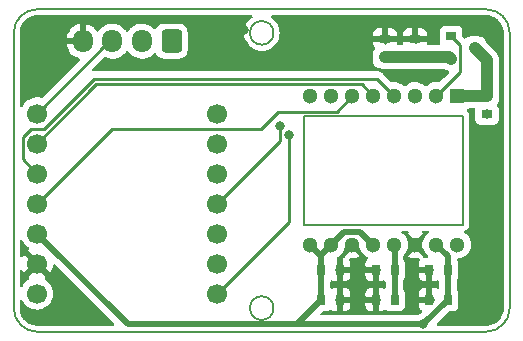
<source format=gtl>
G04 #@! TF.GenerationSoftware,KiCad,Pcbnew,(6.0.2)*
G04 #@! TF.CreationDate,2022-03-23T02:52:59+09:00*
G04 #@! TF.ProjectId,ADNS-9800,41444e53-2d39-4383-9030-2e6b69636164,rev?*
G04 #@! TF.SameCoordinates,Original*
G04 #@! TF.FileFunction,Copper,L1,Top*
G04 #@! TF.FilePolarity,Positive*
%FSLAX46Y46*%
G04 Gerber Fmt 4.6, Leading zero omitted, Abs format (unit mm)*
G04 Created by KiCad (PCBNEW (6.0.2)) date 2022-03-23 02:52:59*
%MOMM*%
%LPD*%
G01*
G04 APERTURE LIST*
G04 Aperture macros list*
%AMRoundRect*
0 Rectangle with rounded corners*
0 $1 Rounding radius*
0 $2 $3 $4 $5 $6 $7 $8 $9 X,Y pos of 4 corners*
0 Add a 4 corners polygon primitive as box body*
4,1,4,$2,$3,$4,$5,$6,$7,$8,$9,$2,$3,0*
0 Add four circle primitives for the rounded corners*
1,1,$1+$1,$2,$3*
1,1,$1+$1,$4,$5*
1,1,$1+$1,$6,$7*
1,1,$1+$1,$8,$9*
0 Add four rect primitives between the rounded corners*
20,1,$1+$1,$2,$3,$4,$5,0*
20,1,$1+$1,$4,$5,$6,$7,0*
20,1,$1+$1,$6,$7,$8,$9,0*
20,1,$1+$1,$8,$9,$2,$3,0*%
G04 Aperture macros list end*
G04 #@! TA.AperFunction,Profile*
%ADD10C,0.200000*%
G04 #@! TD*
G04 #@! TA.AperFunction,Profile*
%ADD11C,0.127000*%
G04 #@! TD*
G04 #@! TA.AperFunction,SMDPad,CuDef*
%ADD12R,0.965200X0.762000*%
G04 #@! TD*
G04 #@! TA.AperFunction,SMDPad,CuDef*
%ADD13R,0.762000X0.965200*%
G04 #@! TD*
G04 #@! TA.AperFunction,ComponentPad*
%ADD14R,1.300000X1.300000*%
G04 #@! TD*
G04 #@! TA.AperFunction,ComponentPad*
%ADD15C,1.300000*%
G04 #@! TD*
G04 #@! TA.AperFunction,ComponentPad*
%ADD16RoundRect,0.250000X0.600000X0.725000X-0.600000X0.725000X-0.600000X-0.725000X0.600000X-0.725000X0*%
G04 #@! TD*
G04 #@! TA.AperFunction,ComponentPad*
%ADD17O,1.700000X1.950000*%
G04 #@! TD*
G04 #@! TA.AperFunction,SMDPad,CuDef*
%ADD18R,0.900000X0.800000*%
G04 #@! TD*
G04 #@! TA.AperFunction,ComponentPad*
%ADD19C,1.700000*%
G04 #@! TD*
G04 #@! TA.AperFunction,ViaPad*
%ADD20C,0.800000*%
G04 #@! TD*
G04 #@! TA.AperFunction,Conductor*
%ADD21C,0.250000*%
G04 #@! TD*
G04 #@! TA.AperFunction,Conductor*
%ADD22C,0.500000*%
G04 #@! TD*
G04 #@! TA.AperFunction,Conductor*
%ADD23C,1.000000*%
G04 #@! TD*
G04 APERTURE END LIST*
D10*
X183499999Y-68500000D02*
G75*
G03*
X181499999Y-66500000I-1999999J1D01*
G01*
X143500000Y-66500000D02*
X181499999Y-66500000D01*
X181499999Y-93800000D02*
X143500000Y-93800000D01*
X163499998Y-91800000D02*
G75*
G03*
X163499998Y-91800000I-999999J0D01*
G01*
X143500000Y-66500000D02*
G75*
G03*
X141500000Y-68500000I-1J-1999999D01*
G01*
X141500000Y-91800000D02*
X141500000Y-68500000D01*
X183499999Y-68500000D02*
X183499999Y-91800000D01*
X181499999Y-93800000D02*
G75*
G03*
X183499999Y-91800000I1J1999999D01*
G01*
X163499999Y-68500000D02*
G75*
G03*
X163499999Y-68500000I-999999J0D01*
G01*
X141500000Y-91800000D02*
G75*
G03*
X143500000Y-93800000I1999999J-1D01*
G01*
D11*
G04 #@! TO.C,U$1*
X179577500Y-75525000D02*
X166117500Y-75525000D01*
X166077500Y-84725000D02*
X179577500Y-84725000D01*
X179577500Y-84725000D02*
X179577500Y-75525000D01*
X166117500Y-75525000D02*
X166077500Y-84725000D01*
G04 #@! TD*
D12*
G04 #@! TO.P,C3,1,1*
G04 #@! TO.N,Net-(C3-Pad1)*
X181571500Y-75377800D03*
G04 #@! TO.P,C3,2,2*
G04 #@! TO.N,Net-(C3-Pad2)*
X181571500Y-73803000D03*
G04 #@! TD*
D13*
G04 #@! TO.P,C8,1,1*
G04 #@! TO.N,GND*
X176694700Y-91075000D03*
G04 #@! TO.P,C8,2,2*
G04 #@! TO.N,+3V3*
X178269500Y-91075000D03*
G04 #@! TD*
D12*
G04 #@! TO.P,C1,1,1*
G04 #@! TO.N,GND*
X175475500Y-68977000D03*
G04 #@! TO.P,C1,2,2*
G04 #@! TO.N,+3V3*
X175475500Y-70551800D03*
G04 #@! TD*
D13*
G04 #@! TO.P,C4,1,1*
G04 #@! TO.N,GND*
X169125500Y-88535000D03*
G04 #@! TO.P,C4,2,2*
G04 #@! TO.N,+3V3*
X167550700Y-88535000D03*
G04 #@! TD*
G04 #@! TO.P,C7,1,1*
G04 #@! TO.N,GND*
X172173500Y-88535000D03*
G04 #@! TO.P,C7,2,2*
G04 #@! TO.N,/REFA*
X173748300Y-88535000D03*
G04 #@! TD*
D14*
G04 #@! TO.P,U$1,P$1,1*
G04 #@! TO.N,Net-(C3-Pad2)*
X179077500Y-73825000D03*
D15*
G04 #@! TO.P,U$1,P$2,2*
G04 #@! TO.N,/LSR_NEN*
X177297500Y-73825000D03*
G04 #@! TO.P,U$1,P$3,3*
G04 #@! TO.N,/SS*
X175517500Y-73825000D03*
G04 #@! TO.P,U$1,P$4,4*
G04 #@! TO.N,/MISO*
X173737500Y-73825000D03*
G04 #@! TO.P,U$1,P$5,5*
G04 #@! TO.N,/SCLK*
X171957500Y-73825000D03*
G04 #@! TO.P,U$1,P$6,6*
G04 #@! TO.N,/MOSI*
X170177500Y-73825000D03*
G04 #@! TO.P,U$1,P$7,7*
G04 #@! TO.N,/MOTION*
X168397500Y-73825000D03*
G04 #@! TO.P,U$1,P$8,8*
G04 #@! TO.N,Net-(C3-Pad1)*
X166617500Y-73825000D03*
G04 #@! TO.P,U$1,P$9,9*
G04 #@! TO.N,+3V3*
X166617500Y-86425000D03*
G04 #@! TO.P,U$1,P$10,10*
X168397500Y-86425000D03*
G04 #@! TO.P,U$1,P$11,11*
G04 #@! TO.N,GND*
X170177500Y-86425000D03*
G04 #@! TO.P,U$1,P$12,12*
G04 #@! TO.N,+3V3*
X171957500Y-86425000D03*
G04 #@! TO.P,U$1,P$13,13*
G04 #@! TO.N,/REFA*
X173737500Y-86425000D03*
G04 #@! TO.P,U$1,P$14,14*
G04 #@! TO.N,GND*
X175517500Y-86425000D03*
G04 #@! TO.P,U$1,P$15,15*
G04 #@! TO.N,+3V3*
X177297500Y-86425000D03*
G04 #@! TO.P,U$1,P$16,16*
G04 #@! TO.N,Net-(C3-Pad1)*
X179077500Y-86425000D03*
G04 #@! TD*
D12*
G04 #@! TO.P,C2,1,1*
G04 #@! TO.N,GND*
X172935500Y-68977000D03*
G04 #@! TO.P,C2,2,2*
G04 #@! TO.N,+3V3*
X172935500Y-70551800D03*
G04 #@! TD*
D13*
G04 #@! TO.P,C5,1,1*
G04 #@! TO.N,GND*
X169125500Y-91075000D03*
G04 #@! TO.P,C5,2,2*
G04 #@! TO.N,+3V3*
X167550700Y-91075000D03*
G04 #@! TD*
G04 #@! TO.P,C6,1,1*
G04 #@! TO.N,GND*
X176694700Y-88535000D03*
G04 #@! TO.P,C6,2,2*
G04 #@! TO.N,+3V3*
X178269500Y-88535000D03*
G04 #@! TD*
G04 #@! TO.P,C9,1,1*
G04 #@! TO.N,GND*
X172173500Y-91075000D03*
G04 #@! TO.P,C9,2,2*
G04 #@! TO.N,/REFA*
X173748300Y-91075000D03*
G04 #@! TD*
D16*
G04 #@! TO.P,J1,1,Pin_1*
G04 #@! TO.N,+5V*
X154865000Y-69194000D03*
D17*
G04 #@! TO.P,J1,2,Pin_2*
G04 #@! TO.N,TX*
X152365000Y-69194000D03*
G04 #@! TO.P,J1,3,Pin_3*
G04 #@! TO.N,RX*
X149865000Y-69194000D03*
G04 #@! TO.P,J1,4,Pin_4*
G04 #@! TO.N,GND*
X147365000Y-69194000D03*
G04 #@! TD*
D18*
G04 #@! TO.P,Q1,1,G*
G04 #@! TO.N,/LSR_NEN*
X178539500Y-68789000D03*
G04 #@! TO.P,Q1,2,S*
G04 #@! TO.N,+3V3*
X178539500Y-70689000D03*
G04 #@! TO.P,Q1,3,D*
G04 #@! TO.N,Net-(C3-Pad2)*
X180539500Y-69739000D03*
G04 #@! TD*
D19*
G04 #@! TO.P,U1,1,PA02_A0_D0*
G04 #@! TO.N,/MOTION*
X158711500Y-90567000D03*
G04 #@! TO.P,U1,2,PA4_A1_D1*
G04 #@! TO.N,unconnected-(U1-Pad2)*
X158711500Y-88027000D03*
G04 #@! TO.P,U1,3,PA10_A2_D2*
G04 #@! TO.N,unconnected-(U1-Pad3)*
X158711500Y-85487000D03*
G04 #@! TO.P,U1,4,PA11_A3_D3*
G04 #@! TO.N,/SS*
X158711500Y-82947000D03*
G04 #@! TO.P,U1,5,PA8_A4_D4_SDA*
G04 #@! TO.N,unconnected-(U1-Pad5)*
X158711500Y-80407000D03*
G04 #@! TO.P,U1,6,PA9_A5_D5_SCL*
G04 #@! TO.N,unconnected-(U1-Pad6)*
X158711500Y-77867000D03*
G04 #@! TO.P,U1,7,PB08_A6_D6_TX*
G04 #@! TO.N,TX*
X158711500Y-75327000D03*
G04 #@! TO.P,U1,8,PB09_A7_D7_RX*
G04 #@! TO.N,RX*
X143471500Y-75327000D03*
G04 #@! TO.P,U1,9,PA7_A8_D8_SCK*
G04 #@! TO.N,/SCLK*
X143471500Y-77867000D03*
G04 #@! TO.P,U1,10,PA5_A9_D9_MISO*
G04 #@! TO.N,/MISO*
X143471500Y-80407000D03*
G04 #@! TO.P,U1,11,PA6_A10_D10_MOSI*
G04 #@! TO.N,/MOSI*
X143471500Y-82947000D03*
G04 #@! TO.P,U1,12,3V3*
G04 #@! TO.N,+3V3*
X143471500Y-85487000D03*
G04 #@! TO.P,U1,13,GND*
G04 #@! TO.N,GND*
X143471500Y-88027000D03*
G04 #@! TO.P,U1,14,5V*
G04 #@! TO.N,+5V*
X143471500Y-90567000D03*
G04 #@! TD*
D20*
G04 #@! TO.N,/SS*
X164045499Y-76343000D03*
G04 #@! TO.N,/MOTION*
X164807499Y-77105000D03*
G04 #@! TO.N,GND*
X158457499Y-70755000D03*
X168617499Y-68215000D03*
X172173500Y-91075000D03*
X172935500Y-68977000D03*
X171157499Y-70755000D03*
X168617499Y-69485000D03*
X175240500Y-91075000D03*
X158457499Y-68215000D03*
X166077499Y-70755000D03*
X166077499Y-68215000D03*
X163537499Y-70755000D03*
X171157499Y-69485000D03*
X170668500Y-88535000D03*
X175240500Y-88535000D03*
X175602499Y-68977000D03*
X166077499Y-69485000D03*
X169125499Y-88535000D03*
X160997499Y-69485000D03*
X172173499Y-88535000D03*
X170668500Y-91075000D03*
X176694700Y-88535000D03*
X158457499Y-69485000D03*
X169125500Y-91075000D03*
X168617499Y-70755000D03*
X160997499Y-68215000D03*
X171157499Y-68215000D03*
X176745499Y-91075000D03*
X160997499Y-70755000D03*
G04 #@! TO.N,Net-(C3-Pad1)*
X181571000Y-75377800D03*
G04 #@! TO.N,+3V3*
X176176000Y-93168700D03*
X172935000Y-70551800D03*
G04 #@! TD*
D21*
G04 #@! TO.N,/LSR_NEN*
X179314000Y-71808500D02*
X179314000Y-69563500D01*
X178539500Y-68789000D02*
X178539300Y-68789200D01*
X178539300Y-68789200D02*
X178539000Y-68789000D01*
X177297300Y-73824800D02*
X177297300Y-73824700D01*
X177297000Y-73825000D02*
X177297300Y-73824700D01*
X177297300Y-73824700D02*
X179314000Y-71808500D01*
X177297500Y-73825000D02*
X177297300Y-73824800D01*
X179314000Y-69563500D02*
X178539300Y-68789200D01*
D22*
G04 #@! TO.N,/REFA*
X173748000Y-89917500D02*
X173748000Y-88176600D01*
X173748000Y-86435800D02*
X173737300Y-86425200D01*
X173737300Y-86425200D02*
X173737000Y-86425000D01*
X173748000Y-88176600D02*
X173748000Y-86435800D01*
D21*
X173748300Y-89917800D02*
X173748300Y-91075000D01*
X173748000Y-89917500D02*
X173748300Y-89917800D01*
D22*
X173748000Y-91075000D02*
X173748000Y-89917500D01*
D21*
X173748300Y-88176900D02*
X173748300Y-88535000D01*
X173748000Y-88176600D02*
X173748300Y-88176900D01*
X173737500Y-86425000D02*
X173737300Y-86425200D01*
G04 #@! TO.N,/MISO*
X172295800Y-72383300D02*
X173737500Y-73825000D01*
X142251900Y-77349600D02*
X143004500Y-76597000D01*
X144104600Y-76597000D02*
X148318300Y-72383300D01*
X142251900Y-79187400D02*
X142251900Y-77349600D01*
X143471500Y-80407000D02*
X142251900Y-79187400D01*
X148318300Y-72383300D02*
X172295800Y-72383300D01*
X143004500Y-76597000D02*
X144104600Y-76597000D01*
G04 #@! TO.N,/MOSI*
X162465000Y-76597000D02*
X163902700Y-75159300D01*
X168843200Y-75159300D02*
X170177500Y-73825000D01*
X163902700Y-75159300D02*
X168843200Y-75159300D01*
X143471500Y-82947000D02*
X149821500Y-76597000D01*
X149821500Y-76597000D02*
X162465000Y-76597000D01*
G04 #@! TO.N,/SS*
X164045499Y-77613001D02*
X158711500Y-82947000D01*
X164045499Y-76343000D02*
X164045499Y-77613001D01*
G04 #@! TO.N,/SCLK*
X170966200Y-72833700D02*
X171957500Y-73825000D01*
X148504800Y-72833700D02*
X170966200Y-72833700D01*
X143471500Y-77867000D02*
X148504800Y-72833700D01*
G04 #@! TO.N,/MOTION*
X164807499Y-84471001D02*
X158711500Y-90567000D01*
X164807499Y-77105000D02*
X164807499Y-84471001D01*
G04 #@! TO.N,GND*
X172935500Y-68977000D02*
X172935500Y-69330100D01*
X169125500Y-91075000D02*
X169831800Y-91075000D01*
X172173500Y-91075000D02*
X171820400Y-91075000D01*
X176694700Y-88888100D02*
X176341600Y-88535000D01*
X172173499Y-88535000D02*
X171820400Y-88535000D01*
X172173500Y-88535000D02*
X172173499Y-88535000D01*
X176694700Y-88535000D02*
X176341600Y-88535000D01*
G04 #@! TO.N,Net-(C3-Pad1)*
X181571500Y-75377800D02*
X181571000Y-75377800D01*
D23*
G04 #@! TO.N,Net-(C3-Pad2)*
X179077000Y-73825000D02*
X179077500Y-73825000D01*
X180539300Y-69739200D02*
X180539000Y-69739000D01*
X181560000Y-73814000D02*
X181571000Y-73803000D01*
X181571000Y-73803000D02*
X181571000Y-70771000D01*
D21*
X181560000Y-73814000D02*
X181560500Y-73814000D01*
X181560500Y-73814000D02*
X181571500Y-73803000D01*
D23*
X181571000Y-70771000D02*
X180539300Y-69739200D01*
X181549000Y-73825000D02*
X181560000Y-73814000D01*
D21*
X180539500Y-69739000D02*
X180539300Y-69739200D01*
D23*
X179077500Y-73825000D02*
X181549000Y-73825000D01*
D21*
G04 #@! TO.N,RX*
X143471500Y-75327000D02*
X149604500Y-69194000D01*
X149604500Y-69194000D02*
X149865000Y-69194000D01*
D23*
G04 #@! TO.N,+3V3*
X172935500Y-70551800D02*
X175475500Y-70551800D01*
D22*
X167551000Y-91075000D02*
X167551000Y-88986500D01*
D21*
X177297500Y-86425500D02*
X177297500Y-86425000D01*
D22*
X151153000Y-93168700D02*
X165457000Y-93168700D01*
D21*
X178269500Y-91075000D02*
X178269000Y-91075000D01*
D22*
X165457000Y-93168700D02*
X176176000Y-93168700D01*
X177297500Y-86425500D02*
X177297000Y-86425000D01*
D21*
X167550700Y-91075000D02*
X167550800Y-91075100D01*
D22*
X178269000Y-87397000D02*
X177297500Y-86425500D01*
X170858000Y-85325500D02*
X171957000Y-86425000D01*
X167550800Y-91075100D02*
X167551000Y-91075000D01*
X165457000Y-93168700D02*
X167550800Y-91075100D01*
X167551000Y-87271800D02*
X168397000Y-86425000D01*
D21*
X168397500Y-86425000D02*
X168397300Y-86424800D01*
D22*
X167551000Y-87271800D02*
X167464000Y-87271800D01*
D21*
X178539500Y-70689000D02*
X178489000Y-70689000D01*
X167550700Y-88986200D02*
X167550700Y-88535000D01*
D22*
X166617300Y-86425200D02*
X166617000Y-86425000D01*
X167464000Y-87271800D02*
X166617300Y-86425200D01*
D21*
X166617500Y-86425000D02*
X166617300Y-86425200D01*
D23*
X175475500Y-70551800D02*
X178352000Y-70551800D01*
D22*
X167551000Y-88986500D02*
X167551000Y-87271800D01*
D21*
X143471500Y-85487000D02*
X143471300Y-85487200D01*
X171957500Y-86425000D02*
X171957000Y-86425000D01*
D22*
X143471000Y-85487000D02*
X143471300Y-85487200D01*
D23*
X172935000Y-70551800D02*
X172935500Y-70551800D01*
D22*
X178269000Y-91075000D02*
X178269000Y-88535000D01*
X143471300Y-85487200D02*
X151153000Y-93168700D01*
X178269000Y-88535000D02*
X178269000Y-87397000D01*
X176176000Y-93168700D02*
X178269000Y-91075000D01*
X168397000Y-86425000D02*
X168397300Y-86424800D01*
X169497000Y-85325500D02*
X170858000Y-85325500D01*
X168397300Y-86424800D02*
X169497000Y-85325500D01*
D23*
X178352000Y-70551800D02*
X178489000Y-70689000D01*
D21*
X178269500Y-88535000D02*
X178269000Y-88535000D01*
X167551000Y-88986500D02*
X167550700Y-88986200D01*
G04 #@! TD*
G04 #@! TA.AperFunction,Conductor*
G04 #@! TO.N,GND*
G36*
X142216512Y-86043888D02*
G01*
X142250743Y-86091709D01*
X142254766Y-86101616D01*
X142371487Y-86292088D01*
X142517750Y-86460938D01*
X142689626Y-86603632D01*
X142695400Y-86607006D01*
X142763455Y-86646774D01*
X142812179Y-86698412D01*
X142825250Y-86768195D01*
X142798519Y-86833967D01*
X142758062Y-86867327D01*
X142749960Y-86871544D01*
X142741234Y-86877039D01*
X142721177Y-86892099D01*
X142712723Y-86903427D01*
X142719468Y-86915758D01*
X144581974Y-88778264D01*
X144593984Y-88784823D01*
X144605723Y-88775855D01*
X144636504Y-88733019D01*
X144641815Y-88724180D01*
X144736170Y-88533267D01*
X144739969Y-88523672D01*
X144801876Y-88319915D01*
X144804055Y-88309834D01*
X144819247Y-88194440D01*
X144847969Y-88129513D01*
X144907234Y-88090421D01*
X144978226Y-88089576D01*
X145033262Y-88121789D01*
X146834361Y-89922840D01*
X149988505Y-93076903D01*
X150022531Y-93139215D01*
X150017467Y-93210031D01*
X149974921Y-93266867D01*
X149908401Y-93291679D01*
X149899411Y-93292000D01*
X143549328Y-93292000D01*
X143529943Y-93290500D01*
X143529661Y-93290456D01*
X143527117Y-93290060D01*
X143515141Y-93288195D01*
X143515139Y-93288195D01*
X143506270Y-93286814D01*
X143497368Y-93287978D01*
X143497366Y-93287978D01*
X143491041Y-93288805D01*
X143465718Y-93289548D01*
X143296657Y-93277457D01*
X143278863Y-93274899D01*
X143241940Y-93266867D01*
X143088460Y-93233479D01*
X143071212Y-93228414D01*
X142888642Y-93160318D01*
X142872290Y-93152851D01*
X142806980Y-93117190D01*
X142701266Y-93059466D01*
X142686152Y-93049752D01*
X142530159Y-92932977D01*
X142516572Y-92921204D01*
X142378796Y-92783428D01*
X142367023Y-92769842D01*
X142307984Y-92690975D01*
X142250248Y-92613848D01*
X142240531Y-92598729D01*
X142147149Y-92427710D01*
X142139682Y-92411358D01*
X142071586Y-92228788D01*
X142066520Y-92211538D01*
X142025101Y-92021137D01*
X142022543Y-92003342D01*
X142017463Y-91932308D01*
X142010959Y-91841369D01*
X142011703Y-91823467D01*
X142011805Y-91815142D01*
X142013186Y-91806270D01*
X142011888Y-91796338D01*
X142009064Y-91774749D01*
X142008000Y-91758411D01*
X142008000Y-91219112D01*
X142028002Y-91150991D01*
X142081658Y-91104498D01*
X142151932Y-91094394D01*
X142216512Y-91123888D01*
X142250743Y-91171709D01*
X142254766Y-91181616D01*
X142257465Y-91186020D01*
X142356184Y-91347115D01*
X142371487Y-91372088D01*
X142517750Y-91540938D01*
X142689626Y-91683632D01*
X142882500Y-91796338D01*
X142887325Y-91798180D01*
X142887326Y-91798181D01*
X142953544Y-91823467D01*
X143091192Y-91876030D01*
X143096260Y-91877061D01*
X143096263Y-91877062D01*
X143203517Y-91898883D01*
X143310097Y-91920567D01*
X143315272Y-91920757D01*
X143315274Y-91920757D01*
X143528173Y-91928564D01*
X143528177Y-91928564D01*
X143533337Y-91928753D01*
X143538457Y-91928097D01*
X143538459Y-91928097D01*
X143749788Y-91901025D01*
X143749789Y-91901025D01*
X143754916Y-91900368D01*
X143759866Y-91898883D01*
X143963929Y-91837661D01*
X143963934Y-91837659D01*
X143968884Y-91836174D01*
X144169494Y-91737896D01*
X144351360Y-91608173D01*
X144357237Y-91602317D01*
X144505935Y-91454137D01*
X144509596Y-91450489D01*
X144569094Y-91367689D01*
X144636935Y-91273277D01*
X144639953Y-91269077D01*
X144688075Y-91171710D01*
X144736636Y-91073453D01*
X144736637Y-91073451D01*
X144738930Y-91068811D01*
X144803870Y-90855069D01*
X144833029Y-90633590D01*
X144834352Y-90579445D01*
X144834574Y-90570365D01*
X144834574Y-90570361D01*
X144834656Y-90567000D01*
X144816352Y-90344361D01*
X144761931Y-90127702D01*
X144672854Y-89922840D01*
X144551514Y-89735277D01*
X144401170Y-89570051D01*
X144397119Y-89566852D01*
X144397115Y-89566848D01*
X144229914Y-89434800D01*
X144229910Y-89434798D01*
X144225859Y-89431598D01*
X144184069Y-89408529D01*
X144134098Y-89358097D01*
X144119326Y-89288654D01*
X144144442Y-89222248D01*
X144171793Y-89195642D01*
X144220747Y-89160723D01*
X144229148Y-89150023D01*
X144222160Y-89136870D01*
X143484312Y-88399022D01*
X143470368Y-88391408D01*
X143468535Y-88391539D01*
X143461920Y-88395790D01*
X142718237Y-89139473D01*
X142711477Y-89151853D01*
X142716758Y-89158907D01*
X142763469Y-89186203D01*
X142812193Y-89237841D01*
X142825264Y-89307624D01*
X142798533Y-89373396D01*
X142758084Y-89406752D01*
X142745107Y-89413507D01*
X142740974Y-89416610D01*
X142740971Y-89416612D01*
X142587720Y-89531676D01*
X142566465Y-89547635D01*
X142412129Y-89709138D01*
X142286243Y-89893680D01*
X142248288Y-89975448D01*
X142201464Y-90028814D01*
X142133220Y-90048395D01*
X142065225Y-90027971D01*
X142019065Y-89974029D01*
X142008000Y-89922397D01*
X142008000Y-88677783D01*
X142028002Y-88609662D01*
X142081658Y-88563169D01*
X142151932Y-88553065D01*
X142216512Y-88582559D01*
X142250743Y-88630380D01*
X142253268Y-88636600D01*
X142257913Y-88645794D01*
X142337960Y-88776420D01*
X142348416Y-88785880D01*
X142357194Y-88782096D01*
X143099478Y-88039812D01*
X143107092Y-88025868D01*
X143106961Y-88024035D01*
X143102710Y-88017420D01*
X142361349Y-87276059D01*
X142349813Y-87269759D01*
X142337531Y-87279382D01*
X142289589Y-87349662D01*
X142284504Y-87358613D01*
X142248288Y-87436635D01*
X142201464Y-87490002D01*
X142133221Y-87509583D01*
X142065225Y-87489160D01*
X142019065Y-87435217D01*
X142008000Y-87383585D01*
X142008000Y-86139112D01*
X142028002Y-86070991D01*
X142081658Y-86024498D01*
X142151932Y-86014394D01*
X142216512Y-86043888D01*
G37*
G04 #@! TD.AperFunction*
G04 #@! TA.AperFunction,Conductor*
G36*
X161669952Y-67028002D02*
G01*
X161716445Y-67081658D01*
X161726549Y-67151932D01*
X161697055Y-67216512D01*
X161667666Y-67241432D01*
X161610880Y-67276231D01*
X161430386Y-67430386D01*
X161276231Y-67610880D01*
X161152208Y-67813266D01*
X161150315Y-67817836D01*
X161150314Y-67817838D01*
X161077076Y-67994652D01*
X161061373Y-68032562D01*
X161048063Y-68088001D01*
X161007116Y-68258555D01*
X161007115Y-68258561D01*
X161005961Y-68263368D01*
X160987811Y-68493989D01*
X160987338Y-68500000D01*
X161005961Y-68736632D01*
X161007115Y-68741439D01*
X161007116Y-68741445D01*
X161033594Y-68851732D01*
X161061373Y-68967438D01*
X161063266Y-68972009D01*
X161063267Y-68972011D01*
X161069984Y-68988226D01*
X161152208Y-69186734D01*
X161276231Y-69389120D01*
X161430386Y-69569614D01*
X161610880Y-69723769D01*
X161813266Y-69847792D01*
X161817836Y-69849685D01*
X161817838Y-69849686D01*
X162017777Y-69932503D01*
X162032562Y-69938627D01*
X162113661Y-69958097D01*
X162258555Y-69992884D01*
X162258561Y-69992885D01*
X162263368Y-69994039D01*
X162500000Y-70012662D01*
X162736632Y-69994039D01*
X162741439Y-69992885D01*
X162741445Y-69992884D01*
X162886339Y-69958097D01*
X162967438Y-69938627D01*
X162982223Y-69932503D01*
X163182162Y-69849686D01*
X163182164Y-69849685D01*
X163186734Y-69847792D01*
X163389120Y-69723769D01*
X163569614Y-69569614D01*
X163723769Y-69389120D01*
X163847792Y-69186734D01*
X163930017Y-68988226D01*
X163936733Y-68972011D01*
X163936734Y-68972009D01*
X163938627Y-68967438D01*
X163966406Y-68851732D01*
X163992884Y-68741445D01*
X163992885Y-68741439D01*
X163994039Y-68736632D01*
X163996537Y-68704885D01*
X171944900Y-68704885D01*
X171949375Y-68720124D01*
X171950765Y-68721329D01*
X171958448Y-68723000D01*
X172663385Y-68723000D01*
X172678624Y-68718525D01*
X172679829Y-68717135D01*
X172681500Y-68709452D01*
X172681500Y-68704885D01*
X173189500Y-68704885D01*
X173193975Y-68720124D01*
X173195365Y-68721329D01*
X173203048Y-68723000D01*
X173907984Y-68723000D01*
X173923223Y-68718525D01*
X173924428Y-68717135D01*
X173926099Y-68709452D01*
X173926099Y-68704885D01*
X174484900Y-68704885D01*
X174489375Y-68720124D01*
X174490765Y-68721329D01*
X174498448Y-68723000D01*
X175203385Y-68723000D01*
X175218624Y-68718525D01*
X175219829Y-68717135D01*
X175221500Y-68709452D01*
X175221500Y-68704885D01*
X175729500Y-68704885D01*
X175733975Y-68720124D01*
X175735365Y-68721329D01*
X175743048Y-68723000D01*
X176447984Y-68723000D01*
X176463223Y-68718525D01*
X176464428Y-68717135D01*
X176466099Y-68709452D01*
X176466099Y-68551331D01*
X176465729Y-68544510D01*
X176460205Y-68493648D01*
X176456579Y-68478396D01*
X176411424Y-68357946D01*
X176402886Y-68342351D01*
X176326385Y-68240276D01*
X176313824Y-68227715D01*
X176211749Y-68151214D01*
X176196154Y-68142676D01*
X176075706Y-68097522D01*
X176060451Y-68093895D01*
X176009586Y-68088369D01*
X176002772Y-68088000D01*
X175747615Y-68088000D01*
X175732376Y-68092475D01*
X175731171Y-68093865D01*
X175729500Y-68101548D01*
X175729500Y-68704885D01*
X175221500Y-68704885D01*
X175221500Y-68106116D01*
X175217025Y-68090877D01*
X175215635Y-68089672D01*
X175207952Y-68088001D01*
X174948231Y-68088001D01*
X174941410Y-68088371D01*
X174890548Y-68093895D01*
X174875296Y-68097521D01*
X174754846Y-68142676D01*
X174739251Y-68151214D01*
X174637176Y-68227715D01*
X174624615Y-68240276D01*
X174548114Y-68342351D01*
X174539576Y-68357946D01*
X174494422Y-68478394D01*
X174490795Y-68493649D01*
X174485269Y-68544514D01*
X174484900Y-68551328D01*
X174484900Y-68704885D01*
X173926099Y-68704885D01*
X173926099Y-68551331D01*
X173925729Y-68544510D01*
X173920205Y-68493648D01*
X173916579Y-68478396D01*
X173871424Y-68357946D01*
X173862886Y-68342351D01*
X173786385Y-68240276D01*
X173773824Y-68227715D01*
X173671749Y-68151214D01*
X173656154Y-68142676D01*
X173535706Y-68097522D01*
X173520451Y-68093895D01*
X173469586Y-68088369D01*
X173462772Y-68088000D01*
X173207615Y-68088000D01*
X173192376Y-68092475D01*
X173191171Y-68093865D01*
X173189500Y-68101548D01*
X173189500Y-68704885D01*
X172681500Y-68704885D01*
X172681500Y-68106116D01*
X172677025Y-68090877D01*
X172675635Y-68089672D01*
X172667952Y-68088001D01*
X172408231Y-68088001D01*
X172401410Y-68088371D01*
X172350548Y-68093895D01*
X172335296Y-68097521D01*
X172214846Y-68142676D01*
X172199251Y-68151214D01*
X172097176Y-68227715D01*
X172084615Y-68240276D01*
X172008114Y-68342351D01*
X171999576Y-68357946D01*
X171954422Y-68478394D01*
X171950795Y-68493649D01*
X171945269Y-68544514D01*
X171944900Y-68551328D01*
X171944900Y-68704885D01*
X163996537Y-68704885D01*
X164012662Y-68500000D01*
X163994039Y-68263368D01*
X163992885Y-68258561D01*
X163992884Y-68258555D01*
X163951937Y-68088001D01*
X163938627Y-68032562D01*
X163922924Y-67994652D01*
X163849686Y-67817838D01*
X163849685Y-67817836D01*
X163847792Y-67813266D01*
X163723769Y-67610880D01*
X163569614Y-67430386D01*
X163389120Y-67276231D01*
X163332334Y-67241432D01*
X163284702Y-67188784D01*
X163273096Y-67118743D01*
X163301200Y-67053545D01*
X163360090Y-67013892D01*
X163398169Y-67008000D01*
X181450671Y-67008000D01*
X181470055Y-67009500D01*
X181472283Y-67009847D01*
X181484858Y-67011805D01*
X181484860Y-67011805D01*
X181493729Y-67013186D01*
X181502631Y-67012022D01*
X181502633Y-67012022D01*
X181508958Y-67011195D01*
X181534281Y-67010452D01*
X181698125Y-67022170D01*
X181703342Y-67022543D01*
X181721136Y-67025101D01*
X181911539Y-67066521D01*
X181928787Y-67071586D01*
X182111357Y-67139682D01*
X182127709Y-67147149D01*
X182136469Y-67151932D01*
X182298733Y-67240534D01*
X182313847Y-67250248D01*
X182423515Y-67332344D01*
X182469841Y-67367023D01*
X182483427Y-67378796D01*
X182621203Y-67516572D01*
X182632976Y-67530158D01*
X182749751Y-67686152D01*
X182759465Y-67701266D01*
X182800756Y-67776885D01*
X182852850Y-67872290D01*
X182860317Y-67888642D01*
X182928413Y-68071212D01*
X182933478Y-68088460D01*
X182955313Y-68188832D01*
X182974898Y-68278863D01*
X182977456Y-68296658D01*
X182989040Y-68458629D01*
X182988296Y-68476533D01*
X182988194Y-68484858D01*
X182986813Y-68493730D01*
X182987977Y-68502632D01*
X182987977Y-68502635D01*
X182990935Y-68525251D01*
X182991999Y-68541589D01*
X182991999Y-91750672D01*
X182990499Y-91770056D01*
X182986813Y-91793730D01*
X182987977Y-91802632D01*
X182987977Y-91802634D01*
X182988804Y-91808959D01*
X182989547Y-91834282D01*
X182982804Y-91928564D01*
X182977456Y-92003343D01*
X182974898Y-92021137D01*
X182933479Y-92211538D01*
X182928413Y-92228788D01*
X182860317Y-92411358D01*
X182852850Y-92427710D01*
X182759468Y-92598729D01*
X182749751Y-92613848D01*
X182692015Y-92690975D01*
X182632976Y-92769842D01*
X182621203Y-92783428D01*
X182483427Y-92921204D01*
X182469840Y-92932977D01*
X182313847Y-93049752D01*
X182298733Y-93059466D01*
X182193019Y-93117190D01*
X182127709Y-93152851D01*
X182111357Y-93160318D01*
X181928787Y-93228414D01*
X181911539Y-93233479D01*
X181758059Y-93266867D01*
X181721136Y-93274899D01*
X181703341Y-93277457D01*
X181654442Y-93280954D01*
X181541368Y-93289041D01*
X181523466Y-93288297D01*
X181515141Y-93288195D01*
X181506269Y-93286814D01*
X181497367Y-93287978D01*
X181497364Y-93287978D01*
X181474748Y-93290936D01*
X181458410Y-93292000D01*
X177429362Y-93292000D01*
X177361241Y-93271998D01*
X177314748Y-93218342D01*
X177304644Y-93148068D01*
X177334138Y-93083488D01*
X177340252Y-93076919D01*
X177367413Y-93049749D01*
X178313827Y-92103019D01*
X178376132Y-92068984D01*
X178402936Y-92066100D01*
X178698634Y-92066100D01*
X178760816Y-92059345D01*
X178897205Y-92008215D01*
X179013761Y-91920861D01*
X179101115Y-91804305D01*
X179152245Y-91667916D01*
X179159000Y-91605734D01*
X179159000Y-90544266D01*
X179152245Y-90482084D01*
X179101115Y-90345695D01*
X179071336Y-90305961D01*
X179052674Y-90281060D01*
X179027826Y-90214553D01*
X179027500Y-90205495D01*
X179027500Y-89404505D01*
X179047502Y-89336384D01*
X179052674Y-89328940D01*
X179095729Y-89271492D01*
X179095730Y-89271490D01*
X179101115Y-89264305D01*
X179152245Y-89127916D01*
X179159000Y-89065734D01*
X179159000Y-88004266D01*
X179152245Y-87942084D01*
X179101115Y-87805695D01*
X179084107Y-87783001D01*
X179059260Y-87716498D01*
X179074312Y-87647115D01*
X179124486Y-87596885D01*
X179166853Y-87582742D01*
X179208268Y-87576737D01*
X179343390Y-87557145D01*
X179343394Y-87557144D01*
X179349105Y-87556316D01*
X179550723Y-87487876D01*
X179736493Y-87383840D01*
X179900193Y-87247693D01*
X180036340Y-87083993D01*
X180140376Y-86898223D01*
X180208816Y-86696605D01*
X180216042Y-86646774D01*
X180238837Y-86489561D01*
X180238837Y-86489559D01*
X180239369Y-86485891D01*
X180240963Y-86425000D01*
X180221481Y-86212976D01*
X180205098Y-86154885D01*
X180165254Y-86013611D01*
X180165253Y-86013609D01*
X180163686Y-86008052D01*
X180154198Y-85988811D01*
X180072070Y-85822273D01*
X180069515Y-85817092D01*
X180041835Y-85780023D01*
X179945574Y-85651114D01*
X179942122Y-85646491D01*
X179785771Y-85501963D01*
X179780885Y-85498880D01*
X179780880Y-85498876D01*
X179692313Y-85442995D01*
X179645374Y-85389728D01*
X179634685Y-85319541D01*
X179663639Y-85254717D01*
X179720775Y-85217705D01*
X179721545Y-85217595D01*
X179744895Y-85206979D01*
X179762407Y-85200536D01*
X179778437Y-85195954D01*
X179787065Y-85193488D01*
X179812048Y-85177726D01*
X179827114Y-85169596D01*
X179854010Y-85157367D01*
X179873439Y-85140626D01*
X179888447Y-85129521D01*
X179902539Y-85120630D01*
X179910131Y-85115840D01*
X179929682Y-85093703D01*
X179941874Y-85081659D01*
X179957449Y-85068239D01*
X179957450Y-85068237D01*
X179964247Y-85062381D01*
X179969126Y-85054853D01*
X179969129Y-85054850D01*
X179978196Y-85040861D01*
X179989486Y-85025987D01*
X180000512Y-85013502D01*
X180006456Y-85006772D01*
X180019010Y-84980034D01*
X180027324Y-84965065D01*
X180043393Y-84940273D01*
X180050739Y-84915709D01*
X180057401Y-84898264D01*
X180064483Y-84883179D01*
X180068299Y-84875052D01*
X180072843Y-84845870D01*
X180076626Y-84829151D01*
X180082514Y-84809464D01*
X180082515Y-84809461D01*
X180085087Y-84800859D01*
X180085297Y-84766444D01*
X180085330Y-84765672D01*
X180085500Y-84764577D01*
X180085500Y-84733702D01*
X180085502Y-84732932D01*
X180085952Y-84659284D01*
X180085952Y-84659283D01*
X180085976Y-84655348D01*
X180085592Y-84654004D01*
X180085500Y-84652659D01*
X180085500Y-75533702D01*
X180085502Y-75532932D01*
X180085921Y-75464322D01*
X180085976Y-75455348D01*
X180083510Y-75446719D01*
X180083509Y-75446714D01*
X180077861Y-75426952D01*
X180074283Y-75410191D01*
X180071370Y-75389848D01*
X180071367Y-75389838D01*
X180070095Y-75380955D01*
X180059479Y-75357605D01*
X180053036Y-75340093D01*
X180048454Y-75324063D01*
X180045988Y-75315435D01*
X180030226Y-75290452D01*
X180022096Y-75275386D01*
X180009867Y-75248490D01*
X179993126Y-75229061D01*
X179982021Y-75214053D01*
X179973130Y-75199961D01*
X179968340Y-75192369D01*
X179946203Y-75172818D01*
X179934159Y-75160626D01*
X179920740Y-75145052D01*
X179920738Y-75145050D01*
X179919464Y-75143572D01*
X179919463Y-75143570D01*
X179914881Y-75138253D01*
X179915649Y-75137592D01*
X179881807Y-75084546D01*
X179882044Y-75013550D01*
X179920626Y-74953952D01*
X179958588Y-74931470D01*
X179965796Y-74928768D01*
X179965799Y-74928766D01*
X179974205Y-74925615D01*
X180063524Y-74858674D01*
X180130030Y-74833826D01*
X180139089Y-74833500D01*
X180454400Y-74833500D01*
X180522521Y-74853502D01*
X180569014Y-74907158D01*
X180580400Y-74959500D01*
X180580400Y-75806934D01*
X180587155Y-75869116D01*
X180638285Y-76005505D01*
X180725639Y-76122061D01*
X180842195Y-76209415D01*
X180978584Y-76260545D01*
X181040766Y-76267300D01*
X181372881Y-76267300D01*
X181399078Y-76270053D01*
X181469056Y-76284928D01*
X181469061Y-76284928D01*
X181475513Y-76286300D01*
X181666487Y-76286300D01*
X181672939Y-76284928D01*
X181672944Y-76284928D01*
X181742922Y-76270053D01*
X181769119Y-76267300D01*
X182102234Y-76267300D01*
X182164416Y-76260545D01*
X182300805Y-76209415D01*
X182417361Y-76122061D01*
X182504715Y-76005505D01*
X182555845Y-75869116D01*
X182562600Y-75806934D01*
X182562600Y-74948666D01*
X182555845Y-74886484D01*
X182504715Y-74750095D01*
X182441663Y-74665965D01*
X182416815Y-74599459D01*
X182431868Y-74530076D01*
X182441663Y-74514835D01*
X182466292Y-74481973D01*
X182504715Y-74430705D01*
X182555845Y-74294316D01*
X182562600Y-74232134D01*
X182562600Y-74021699D01*
X182564436Y-74003308D01*
X182564387Y-74003303D01*
X182567978Y-73967948D01*
X182573790Y-73910743D01*
X182573911Y-73909607D01*
X182579500Y-73859773D01*
X182579500Y-73856246D01*
X182579555Y-73855261D01*
X182580002Y-73849581D01*
X182584374Y-73806538D01*
X182580059Y-73760891D01*
X182579500Y-73749033D01*
X182579500Y-70832871D01*
X182580238Y-70819257D01*
X182583658Y-70787790D01*
X182583658Y-70787789D01*
X182584324Y-70781661D01*
X182579953Y-70731669D01*
X182579624Y-70726848D01*
X182579500Y-70724314D01*
X182579500Y-70721231D01*
X182575477Y-70680198D01*
X182575312Y-70678511D01*
X182575190Y-70677194D01*
X182567633Y-70590774D01*
X182567633Y-70590772D01*
X182567096Y-70584635D01*
X182565602Y-70579492D01*
X182565080Y-70574167D01*
X182562632Y-70566057D01*
X182538247Y-70485292D01*
X182537870Y-70484021D01*
X182513646Y-70400626D01*
X182513645Y-70400624D01*
X182511927Y-70394709D01*
X182509463Y-70389955D01*
X182507916Y-70384831D01*
X182491608Y-70354158D01*
X182464286Y-70302773D01*
X182463671Y-70301601D01*
X182423757Y-70224590D01*
X182423755Y-70224587D01*
X182420919Y-70219115D01*
X182417580Y-70214931D01*
X182415066Y-70210204D01*
X182356306Y-70138156D01*
X182355483Y-70137137D01*
X182346660Y-70126083D01*
X182324294Y-70098064D01*
X182321795Y-70095565D01*
X182321111Y-70094800D01*
X182317410Y-70090467D01*
X182290065Y-70056938D01*
X182285317Y-70053010D01*
X182285312Y-70053005D01*
X182254754Y-70027724D01*
X182245971Y-70019732D01*
X181526452Y-69300145D01*
X181492970Y-69240202D01*
X181492098Y-69236534D01*
X181491245Y-69228684D01*
X181440115Y-69092295D01*
X181352761Y-68975739D01*
X181236205Y-68888385D01*
X181099816Y-68837255D01*
X181037634Y-68830500D01*
X181010492Y-68830500D01*
X180950947Y-68815542D01*
X180928782Y-68803656D01*
X180927998Y-68803416D01*
X180926641Y-68802692D01*
X180783121Y-68759115D01*
X180739650Y-68745822D01*
X180739186Y-68745775D01*
X180737395Y-68745231D01*
X180554788Y-68727035D01*
X180546866Y-68726230D01*
X180546864Y-68726230D01*
X180542887Y-68725826D01*
X180542766Y-68725837D01*
X180540593Y-68725621D01*
X180534466Y-68726212D01*
X180525686Y-68727059D01*
X180343730Y-68744611D01*
X180337832Y-68746382D01*
X180337830Y-68746382D01*
X180249017Y-68773044D01*
X180154304Y-68801478D01*
X180148860Y-68804362D01*
X180148859Y-68804362D01*
X180127179Y-68815845D01*
X180068202Y-68830500D01*
X180041366Y-68830500D01*
X179979184Y-68837255D01*
X179842795Y-68888385D01*
X179758536Y-68951534D01*
X179754102Y-68954857D01*
X179687596Y-68979705D01*
X179618213Y-68964652D01*
X179589464Y-68943149D01*
X179586314Y-68940000D01*
X179534927Y-68888640D01*
X179500886Y-68826337D01*
X179498000Y-68799522D01*
X179498000Y-68340866D01*
X179491245Y-68278684D01*
X179440115Y-68142295D01*
X179352761Y-68025739D01*
X179236205Y-67938385D01*
X179099816Y-67887255D01*
X179037634Y-67880500D01*
X178041366Y-67880500D01*
X177979184Y-67887255D01*
X177842795Y-67938385D01*
X177726239Y-68025739D01*
X177638885Y-68142295D01*
X177587755Y-68278684D01*
X177581000Y-68340866D01*
X177581000Y-69237134D01*
X177587755Y-69299316D01*
X177590527Y-69306712D01*
X177590529Y-69306718D01*
X177615404Y-69373071D01*
X177620587Y-69443878D01*
X177586666Y-69506247D01*
X177524410Y-69540376D01*
X177497422Y-69543300D01*
X176591493Y-69543300D01*
X176523372Y-69523298D01*
X176476879Y-69469642D01*
X176465677Y-69410488D01*
X176466100Y-69402675D01*
X176466100Y-69249115D01*
X176461625Y-69233876D01*
X176460235Y-69232671D01*
X176452552Y-69231000D01*
X174503016Y-69231000D01*
X174487777Y-69235475D01*
X174486572Y-69236865D01*
X174484901Y-69244548D01*
X174484901Y-69402676D01*
X174485324Y-69410489D01*
X174469034Y-69479591D01*
X174417970Y-69528916D01*
X174359508Y-69543300D01*
X174051493Y-69543300D01*
X173983372Y-69523298D01*
X173936879Y-69469642D01*
X173925677Y-69410488D01*
X173926100Y-69402675D01*
X173926100Y-69249115D01*
X173921625Y-69233876D01*
X173920235Y-69232671D01*
X173912552Y-69231000D01*
X171963016Y-69231000D01*
X171947777Y-69235475D01*
X171946572Y-69236865D01*
X171944901Y-69244548D01*
X171944901Y-69402669D01*
X171945271Y-69409490D01*
X171950795Y-69460352D01*
X171954421Y-69475604D01*
X171999576Y-69596054D01*
X172008111Y-69611644D01*
X172065650Y-69688418D01*
X172090497Y-69754925D01*
X172075444Y-69824307D01*
X172065649Y-69839548D01*
X172007671Y-69916908D01*
X172002285Y-69924095D01*
X171951155Y-70060484D01*
X171944400Y-70122666D01*
X171944400Y-70328081D01*
X171942400Y-70347767D01*
X171942318Y-70348032D01*
X171941674Y-70354157D01*
X171941674Y-70354158D01*
X171924104Y-70521332D01*
X171921645Y-70544725D01*
X171927897Y-70613419D01*
X171933701Y-70677194D01*
X171939570Y-70741688D01*
X171941309Y-70747597D01*
X171942169Y-70752105D01*
X171944400Y-70775711D01*
X171944400Y-70980934D01*
X171951155Y-71043116D01*
X172002285Y-71179505D01*
X172089639Y-71296061D01*
X172206195Y-71383415D01*
X172342584Y-71434545D01*
X172404766Y-71441300D01*
X172427159Y-71441300D01*
X172487860Y-71456885D01*
X172535787Y-71483233D01*
X172541654Y-71485094D01*
X172541656Y-71485095D01*
X172703932Y-71536572D01*
X172724306Y-71543035D01*
X172878227Y-71560300D01*
X177875131Y-71560300D01*
X177919360Y-71568318D01*
X177971789Y-71587973D01*
X177971791Y-71587973D01*
X177979184Y-71590745D01*
X177987032Y-71591598D01*
X177987034Y-71591598D01*
X178026573Y-71595893D01*
X178072588Y-71610155D01*
X178098881Y-71624278D01*
X178104776Y-71626085D01*
X178283778Y-71680955D01*
X178343046Y-71720043D01*
X178371772Y-71784968D01*
X178360837Y-71855118D01*
X178335935Y-71890529D01*
X177942290Y-72284077D01*
X177633448Y-72592842D01*
X177582874Y-72643403D01*
X177520558Y-72677420D01*
X177469209Y-72677875D01*
X177424782Y-72669038D01*
X177424780Y-72669038D01*
X177419115Y-72667911D01*
X177413340Y-72667835D01*
X177413336Y-72667835D01*
X177306661Y-72666439D01*
X177206216Y-72665124D01*
X177200519Y-72666103D01*
X177200518Y-72666103D01*
X177002064Y-72700203D01*
X177002061Y-72700204D01*
X176996374Y-72701181D01*
X176796616Y-72774875D01*
X176613634Y-72883739D01*
X176489776Y-72992360D01*
X176425375Y-73022235D01*
X176355042Y-73012549D01*
X176321176Y-72990154D01*
X176225771Y-72901963D01*
X176045701Y-72788347D01*
X175847941Y-72709449D01*
X175842281Y-72708323D01*
X175842277Y-72708322D01*
X175644782Y-72669038D01*
X175644780Y-72669038D01*
X175639115Y-72667911D01*
X175633340Y-72667835D01*
X175633336Y-72667835D01*
X175526661Y-72666439D01*
X175426216Y-72665124D01*
X175420519Y-72666103D01*
X175420518Y-72666103D01*
X175222064Y-72700203D01*
X175222061Y-72700204D01*
X175216374Y-72701181D01*
X175016616Y-72774875D01*
X174833634Y-72883739D01*
X174709776Y-72992360D01*
X174645375Y-73022235D01*
X174575042Y-73012549D01*
X174541176Y-72990154D01*
X174445771Y-72901963D01*
X174265701Y-72788347D01*
X174067941Y-72709449D01*
X174062281Y-72708323D01*
X174062277Y-72708322D01*
X173864782Y-72669038D01*
X173864780Y-72669038D01*
X173859115Y-72667911D01*
X173853340Y-72667835D01*
X173853336Y-72667835D01*
X173746661Y-72666439D01*
X173646216Y-72665124D01*
X173640519Y-72666103D01*
X173640518Y-72666103D01*
X173563150Y-72679397D01*
X173492625Y-72671220D01*
X173452716Y-72644312D01*
X172799447Y-71991042D01*
X172791913Y-71982763D01*
X172787800Y-71976282D01*
X172738148Y-71929656D01*
X172735307Y-71926902D01*
X172715570Y-71907165D01*
X172712373Y-71904685D01*
X172703351Y-71896980D01*
X172702528Y-71896207D01*
X172671121Y-71866714D01*
X172664175Y-71862895D01*
X172664172Y-71862893D01*
X172653366Y-71856952D01*
X172636847Y-71846101D01*
X172636383Y-71845741D01*
X172620841Y-71833686D01*
X172613572Y-71830541D01*
X172613568Y-71830538D01*
X172580263Y-71816126D01*
X172569613Y-71810909D01*
X172530860Y-71789605D01*
X172511237Y-71784567D01*
X172492534Y-71778163D01*
X172481220Y-71773267D01*
X172481219Y-71773267D01*
X172473945Y-71770119D01*
X172466122Y-71768880D01*
X172466112Y-71768877D01*
X172430276Y-71763201D01*
X172418656Y-71760795D01*
X172383511Y-71751772D01*
X172383510Y-71751772D01*
X172375830Y-71749800D01*
X172355576Y-71749800D01*
X172335865Y-71748249D01*
X172323686Y-71746320D01*
X172315857Y-71745080D01*
X172286586Y-71747847D01*
X172271839Y-71749241D01*
X172259981Y-71749800D01*
X148397068Y-71749800D01*
X148385885Y-71749273D01*
X148378392Y-71747598D01*
X148370466Y-71747847D01*
X148370465Y-71747847D01*
X148310302Y-71749738D01*
X148306344Y-71749800D01*
X148278444Y-71749800D01*
X148274454Y-71750304D01*
X148262611Y-71751237D01*
X148257507Y-71751397D01*
X148250881Y-71751605D01*
X148182166Y-71733750D01*
X148134013Y-71681579D01*
X148121709Y-71611657D01*
X148149162Y-71546182D01*
X148157833Y-71536572D01*
X149128348Y-70566057D01*
X149190660Y-70532031D01*
X149261475Y-70537096D01*
X149274538Y-70542831D01*
X149352051Y-70582240D01*
X149572227Y-70650607D01*
X149577516Y-70651308D01*
X149795489Y-70680198D01*
X149795494Y-70680198D01*
X149800774Y-70680898D01*
X149806103Y-70680698D01*
X149806105Y-70680698D01*
X149915966Y-70676574D01*
X150031158Y-70672249D01*
X150040805Y-70670225D01*
X150228123Y-70630922D01*
X150256791Y-70624907D01*
X150261750Y-70622949D01*
X150261752Y-70622948D01*
X150466256Y-70542185D01*
X150466258Y-70542184D01*
X150471221Y-70540224D01*
X150507343Y-70518305D01*
X150663757Y-70423390D01*
X150663756Y-70423390D01*
X150668317Y-70420623D01*
X150715833Y-70379391D01*
X150838412Y-70273023D01*
X150838414Y-70273021D01*
X150842445Y-70269523D01*
X150891539Y-70209649D01*
X150985240Y-70095373D01*
X150985244Y-70095367D01*
X150988624Y-70091245D01*
X151006552Y-70059750D01*
X151057632Y-70010445D01*
X151127262Y-69996583D01*
X151193333Y-70022566D01*
X151220573Y-70051716D01*
X151302441Y-70173319D01*
X151306120Y-70177176D01*
X151306122Y-70177178D01*
X151367710Y-70241738D01*
X151461576Y-70340135D01*
X151465854Y-70343318D01*
X151514338Y-70379391D01*
X151646542Y-70477754D01*
X151651293Y-70480170D01*
X151651297Y-70480172D01*
X151714481Y-70512296D01*
X151852051Y-70582240D01*
X152072227Y-70650607D01*
X152077516Y-70651308D01*
X152295489Y-70680198D01*
X152295494Y-70680198D01*
X152300774Y-70680898D01*
X152306103Y-70680698D01*
X152306105Y-70680698D01*
X152415966Y-70676574D01*
X152531158Y-70672249D01*
X152540805Y-70670225D01*
X152728123Y-70630922D01*
X152756791Y-70624907D01*
X152761750Y-70622949D01*
X152761752Y-70622948D01*
X152966256Y-70542185D01*
X152966258Y-70542184D01*
X152971221Y-70540224D01*
X153007343Y-70518305D01*
X153163757Y-70423390D01*
X153163756Y-70423390D01*
X153168317Y-70420623D01*
X153215833Y-70379391D01*
X153338412Y-70273023D01*
X153338414Y-70273021D01*
X153342445Y-70269523D01*
X153371670Y-70233880D01*
X153430329Y-70193886D01*
X153501299Y-70191954D01*
X153562048Y-70228698D01*
X153576248Y-70247468D01*
X153587340Y-70265392D01*
X153666522Y-70393348D01*
X153791697Y-70518305D01*
X153797927Y-70522145D01*
X153797928Y-70522146D01*
X153935090Y-70606694D01*
X153942262Y-70611115D01*
X153977938Y-70622948D01*
X154103611Y-70664632D01*
X154103613Y-70664632D01*
X154110139Y-70666797D01*
X154116975Y-70667497D01*
X154116978Y-70667498D01*
X154152663Y-70671154D01*
X154214600Y-70677500D01*
X155515400Y-70677500D01*
X155518646Y-70677163D01*
X155518650Y-70677163D01*
X155614308Y-70667238D01*
X155614312Y-70667237D01*
X155621166Y-70666526D01*
X155627702Y-70664345D01*
X155627704Y-70664345D01*
X155759806Y-70620272D01*
X155788946Y-70610550D01*
X155939348Y-70517478D01*
X156064305Y-70392303D01*
X156068146Y-70386072D01*
X156153275Y-70247968D01*
X156153276Y-70247966D01*
X156157115Y-70241738D01*
X156183564Y-70161995D01*
X156210632Y-70080389D01*
X156210632Y-70080387D01*
X156212797Y-70073861D01*
X156223500Y-69969400D01*
X156223500Y-68418600D01*
X156219292Y-68378041D01*
X156213238Y-68319692D01*
X156213237Y-68319688D01*
X156212526Y-68312834D01*
X156205785Y-68292627D01*
X156158868Y-68152002D01*
X156156550Y-68145054D01*
X156063478Y-67994652D01*
X155938303Y-67869695D01*
X155907965Y-67850994D01*
X155793968Y-67780725D01*
X155793966Y-67780724D01*
X155787738Y-67776885D01*
X155674353Y-67739277D01*
X155626389Y-67723368D01*
X155626387Y-67723368D01*
X155619861Y-67721203D01*
X155613025Y-67720503D01*
X155613022Y-67720502D01*
X155569969Y-67716091D01*
X155515400Y-67710500D01*
X154214600Y-67710500D01*
X154211354Y-67710837D01*
X154211350Y-67710837D01*
X154115692Y-67720762D01*
X154115688Y-67720763D01*
X154108834Y-67721474D01*
X154102298Y-67723655D01*
X154102296Y-67723655D01*
X153970194Y-67767728D01*
X153941054Y-67777450D01*
X153790652Y-67870522D01*
X153665695Y-67995697D01*
X153661855Y-68001927D01*
X153661854Y-68001928D01*
X153650494Y-68020358D01*
X153585792Y-68125324D01*
X153575920Y-68141339D01*
X153523148Y-68188832D01*
X153453076Y-68200256D01*
X153387952Y-68171982D01*
X153377490Y-68162195D01*
X153319635Y-68101548D01*
X153268424Y-68047865D01*
X153083458Y-67910246D01*
X153078707Y-67907830D01*
X153078703Y-67907828D01*
X152960588Y-67847776D01*
X152877949Y-67805760D01*
X152872855Y-67804178D01*
X152872852Y-67804177D01*
X152662871Y-67738976D01*
X152657773Y-67737393D01*
X152652484Y-67736692D01*
X152434511Y-67707802D01*
X152434506Y-67707802D01*
X152429226Y-67707102D01*
X152423897Y-67707302D01*
X152423895Y-67707302D01*
X152314034Y-67711426D01*
X152198842Y-67715751D01*
X152193623Y-67716846D01*
X152171566Y-67721474D01*
X151973209Y-67763093D01*
X151968250Y-67765051D01*
X151968248Y-67765052D01*
X151763744Y-67845815D01*
X151763742Y-67845816D01*
X151758779Y-67847776D01*
X151754220Y-67850543D01*
X151754217Y-67850544D01*
X151659113Y-67908255D01*
X151561683Y-67967377D01*
X151557653Y-67970874D01*
X151401800Y-68106116D01*
X151387555Y-68118477D01*
X151367713Y-68142676D01*
X151244760Y-68292627D01*
X151244756Y-68292633D01*
X151241376Y-68296755D01*
X151223448Y-68328250D01*
X151172368Y-68377555D01*
X151102738Y-68391417D01*
X151036667Y-68365434D01*
X151009427Y-68336284D01*
X150982748Y-68296657D01*
X150927559Y-68214681D01*
X150768424Y-68047865D01*
X150583458Y-67910246D01*
X150578707Y-67907830D01*
X150578703Y-67907828D01*
X150460588Y-67847776D01*
X150377949Y-67805760D01*
X150372855Y-67804178D01*
X150372852Y-67804177D01*
X150162871Y-67738976D01*
X150157773Y-67737393D01*
X150152484Y-67736692D01*
X149934511Y-67707802D01*
X149934506Y-67707802D01*
X149929226Y-67707102D01*
X149923897Y-67707302D01*
X149923895Y-67707302D01*
X149814034Y-67711426D01*
X149698842Y-67715751D01*
X149693623Y-67716846D01*
X149671566Y-67721474D01*
X149473209Y-67763093D01*
X149468250Y-67765051D01*
X149468248Y-67765052D01*
X149263744Y-67845815D01*
X149263742Y-67845816D01*
X149258779Y-67847776D01*
X149254220Y-67850543D01*
X149254217Y-67850544D01*
X149159113Y-67908255D01*
X149061683Y-67967377D01*
X149057653Y-67970874D01*
X148901800Y-68106116D01*
X148887555Y-68118477D01*
X148867713Y-68142676D01*
X148744760Y-68292627D01*
X148744756Y-68292633D01*
X148741376Y-68296755D01*
X148738738Y-68301390D01*
X148738733Y-68301398D01*
X148723171Y-68328735D01*
X148672088Y-68378041D01*
X148602458Y-68391902D01*
X148536387Y-68365918D01*
X148509149Y-68336768D01*
X148430148Y-68219422D01*
X148423481Y-68211130D01*
X148271772Y-68052100D01*
X148263814Y-68045059D01*
X148087475Y-67913859D01*
X148078438Y-67908255D01*
X147882516Y-67808643D01*
X147872665Y-67804643D01*
X147662760Y-67739466D01*
X147652376Y-67737183D01*
X147636957Y-67735139D01*
X147622793Y-67737335D01*
X147619000Y-67750522D01*
X147619000Y-69322000D01*
X147598998Y-69390121D01*
X147545342Y-69436614D01*
X147493000Y-69448000D01*
X146031151Y-69448000D01*
X146016473Y-69452310D01*
X146014410Y-69464193D01*
X146021124Y-69543325D01*
X146022914Y-69553797D01*
X146078130Y-69766535D01*
X146081665Y-69776575D01*
X146171937Y-69976970D01*
X146177106Y-69986256D01*
X146299850Y-70168575D01*
X146306519Y-70176870D01*
X146458228Y-70335900D01*
X146466186Y-70342941D01*
X146642525Y-70474141D01*
X146651562Y-70479745D01*
X146847484Y-70579357D01*
X146857346Y-70583361D01*
X147010515Y-70630922D01*
X147069641Y-70670225D01*
X147098131Y-70735254D01*
X147086941Y-70805363D01*
X147062246Y-70840349D01*
X143928845Y-73973750D01*
X143866533Y-74007776D01*
X143817654Y-74008702D01*
X143604873Y-73970800D01*
X143604867Y-73970799D01*
X143599784Y-73969894D01*
X143525952Y-73968992D01*
X143381581Y-73967228D01*
X143381579Y-73967228D01*
X143376411Y-73967165D01*
X143155591Y-74000955D01*
X142943256Y-74070357D01*
X142745107Y-74173507D01*
X142740974Y-74176610D01*
X142740971Y-74176612D01*
X142570600Y-74304530D01*
X142566465Y-74307635D01*
X142412129Y-74469138D01*
X142409215Y-74473410D01*
X142409214Y-74473411D01*
X142371719Y-74528377D01*
X142286243Y-74653680D01*
X142248288Y-74735448D01*
X142201464Y-74788814D01*
X142133220Y-74808395D01*
X142065225Y-74787971D01*
X142019065Y-74734029D01*
X142008000Y-74682397D01*
X142008000Y-68922174D01*
X146011496Y-68922174D01*
X146012915Y-68935414D01*
X146027550Y-68940000D01*
X147092885Y-68940000D01*
X147108124Y-68935525D01*
X147109329Y-68934135D01*
X147111000Y-68926452D01*
X147111000Y-67752808D01*
X147107027Y-67739277D01*
X147096420Y-67737752D01*
X146978579Y-67762477D01*
X146968383Y-67765537D01*
X146763971Y-67846263D01*
X146754439Y-67850994D01*
X146566538Y-67965016D01*
X146557948Y-67971280D01*
X146391948Y-68115327D01*
X146384528Y-68122958D01*
X146245174Y-68292911D01*
X146239150Y-68301678D01*
X146130424Y-68492682D01*
X146125959Y-68502346D01*
X146050969Y-68708941D01*
X146048198Y-68719208D01*
X146011496Y-68922174D01*
X142008000Y-68922174D01*
X142008000Y-68549328D01*
X142009500Y-68529943D01*
X142011805Y-68515141D01*
X142011805Y-68515139D01*
X142013186Y-68506270D01*
X142011722Y-68495070D01*
X142011195Y-68491041D01*
X142010452Y-68465713D01*
X142016723Y-68378041D01*
X142022543Y-68296657D01*
X142025101Y-68278863D01*
X142044686Y-68188832D01*
X142066521Y-68088460D01*
X142071586Y-68071212D01*
X142139682Y-67888642D01*
X142147149Y-67872290D01*
X142199243Y-67776885D01*
X142240534Y-67701266D01*
X142250248Y-67686152D01*
X142367023Y-67530158D01*
X142378796Y-67516572D01*
X142516572Y-67378796D01*
X142530158Y-67367023D01*
X142576484Y-67332344D01*
X142686152Y-67250248D01*
X142701266Y-67240534D01*
X142863530Y-67151932D01*
X142872290Y-67147149D01*
X142888642Y-67139682D01*
X143071212Y-67071586D01*
X143088460Y-67066521D01*
X143278863Y-67025101D01*
X143296658Y-67022543D01*
X143345557Y-67019046D01*
X143458631Y-67010959D01*
X143476533Y-67011703D01*
X143484858Y-67011805D01*
X143493730Y-67013186D01*
X143502632Y-67012022D01*
X143502635Y-67012022D01*
X143525251Y-67009064D01*
X143541589Y-67008000D01*
X161601831Y-67008000D01*
X161669952Y-67028002D01*
G37*
G04 #@! TD.AperFunction*
G04 #@! TA.AperFunction,Conductor*
G36*
X174881880Y-85253002D02*
G01*
X174928373Y-85306658D01*
X174938477Y-85376932D01*
X174906080Y-85444749D01*
X174903807Y-85447196D01*
X174907293Y-85455583D01*
X175504688Y-86052978D01*
X175518632Y-86060592D01*
X175520465Y-86060461D01*
X175527080Y-86056210D01*
X176124033Y-85459257D01*
X176130793Y-85446878D01*
X176121534Y-85434510D01*
X176096723Y-85367990D01*
X176111814Y-85298615D01*
X176162016Y-85248413D01*
X176222402Y-85233000D01*
X176576867Y-85233000D01*
X176644988Y-85253002D01*
X176691481Y-85306658D01*
X176701585Y-85376932D01*
X176672091Y-85441512D01*
X176641292Y-85467284D01*
X176613634Y-85483739D01*
X176453554Y-85624125D01*
X176321738Y-85791333D01*
X176319049Y-85796444D01*
X176319047Y-85796447D01*
X176270039Y-85889596D01*
X176222600Y-85979762D01*
X176199866Y-86052978D01*
X176187088Y-86094129D01*
X176155851Y-86145859D01*
X175889522Y-86412188D01*
X175881908Y-86426132D01*
X175882039Y-86427965D01*
X175886290Y-86434580D01*
X176154379Y-86702669D01*
X176187407Y-86760748D01*
X176200772Y-86813372D01*
X176203189Y-86818615D01*
X176239889Y-86898223D01*
X176289911Y-87006731D01*
X176412796Y-87180609D01*
X176416930Y-87184636D01*
X176564247Y-87328147D01*
X176599084Y-87390009D01*
X176594947Y-87460885D01*
X176553148Y-87518272D01*
X176486958Y-87543952D01*
X176476325Y-87544401D01*
X176269022Y-87544401D01*
X176265438Y-87544595D01*
X176196335Y-87528304D01*
X176147011Y-87477239D01*
X176133124Y-87407614D01*
X176133281Y-87406544D01*
X176129175Y-87395885D01*
X175530312Y-86797022D01*
X175516368Y-86789408D01*
X175514535Y-86789539D01*
X175507920Y-86793790D01*
X174910712Y-87390998D01*
X174904516Y-87402344D01*
X174914398Y-87414834D01*
X174957779Y-87443820D01*
X174967889Y-87449310D01*
X175152818Y-87528762D01*
X175163761Y-87532317D01*
X175360067Y-87576737D01*
X175371475Y-87578239D01*
X175572596Y-87586140D01*
X175584080Y-87585538D01*
X175781127Y-87556968D01*
X175851413Y-87566988D01*
X175905124Y-87613417D01*
X175925207Y-87681514D01*
X175905286Y-87749659D01*
X175900034Y-87757229D01*
X175868911Y-87798756D01*
X175860376Y-87814346D01*
X175815222Y-87934794D01*
X175811595Y-87950049D01*
X175806069Y-88000914D01*
X175805700Y-88007728D01*
X175805700Y-88262885D01*
X175810175Y-88278124D01*
X175811565Y-88279329D01*
X175819248Y-88281000D01*
X176822700Y-88281000D01*
X176890821Y-88301002D01*
X176937314Y-88354658D01*
X176948700Y-88407000D01*
X176948700Y-89507484D01*
X176953175Y-89522723D01*
X176954565Y-89523928D01*
X176962248Y-89525599D01*
X177120369Y-89525599D01*
X177127190Y-89525229D01*
X177178052Y-89519705D01*
X177193304Y-89516079D01*
X177313758Y-89470923D01*
X177323991Y-89465320D01*
X177393348Y-89450151D01*
X177459896Y-89474887D01*
X177502506Y-89531676D01*
X177510500Y-89575840D01*
X177510500Y-90034160D01*
X177490498Y-90102281D01*
X177436842Y-90148774D01*
X177366568Y-90158878D01*
X177323991Y-90144680D01*
X177313758Y-90139077D01*
X177193306Y-90093922D01*
X177178051Y-90090295D01*
X177127186Y-90084769D01*
X177120372Y-90084400D01*
X176966815Y-90084400D01*
X176951576Y-90088875D01*
X176950371Y-90090265D01*
X176948700Y-90097948D01*
X176948700Y-91203000D01*
X176928698Y-91271121D01*
X176875042Y-91317614D01*
X176822700Y-91329000D01*
X175823816Y-91329000D01*
X175808577Y-91333475D01*
X175807372Y-91334865D01*
X175805701Y-91342548D01*
X175805701Y-91602269D01*
X175806071Y-91609090D01*
X175811595Y-91659952D01*
X175815221Y-91675204D01*
X175860376Y-91795654D01*
X175868914Y-91811249D01*
X175945415Y-91913324D01*
X175957975Y-91925884D01*
X176063471Y-92004948D01*
X176105987Y-92061807D01*
X176111013Y-92132626D01*
X176077017Y-92194856D01*
X176019521Y-92252371D01*
X175956608Y-92286537D01*
X175893712Y-92299906D01*
X175887682Y-92302591D01*
X175887681Y-92302591D01*
X175725278Y-92374897D01*
X175725276Y-92374898D01*
X175719248Y-92377582D01*
X175713909Y-92381461D01*
X175713902Y-92381465D01*
X175707472Y-92386137D01*
X175633413Y-92410200D01*
X167592516Y-92410200D01*
X167524395Y-92390198D01*
X167477902Y-92336542D01*
X167467798Y-92266268D01*
X167497292Y-92201688D01*
X167503425Y-92195100D01*
X167595534Y-92103000D01*
X167657848Y-92068978D01*
X167684625Y-92066100D01*
X167979834Y-92066100D01*
X168042016Y-92059345D01*
X168178405Y-92008215D01*
X168186183Y-92002386D01*
X168262952Y-91944851D01*
X168329459Y-91920003D01*
X168398841Y-91935056D01*
X168414082Y-91944850D01*
X168490856Y-92002389D01*
X168506446Y-92010924D01*
X168626894Y-92056078D01*
X168642149Y-92059705D01*
X168693014Y-92065231D01*
X168699828Y-92065600D01*
X168853385Y-92065600D01*
X168868624Y-92061125D01*
X168869829Y-92059735D01*
X168871500Y-92052052D01*
X168871500Y-92047484D01*
X169379500Y-92047484D01*
X169383975Y-92062723D01*
X169385365Y-92063928D01*
X169393048Y-92065599D01*
X169551169Y-92065599D01*
X169557990Y-92065229D01*
X169608852Y-92059705D01*
X169624104Y-92056079D01*
X169744554Y-92010924D01*
X169760149Y-92002386D01*
X169862224Y-91925885D01*
X169874785Y-91913324D01*
X169951286Y-91811249D01*
X169959824Y-91795654D01*
X170004978Y-91675206D01*
X170008605Y-91659951D01*
X170014131Y-91609086D01*
X170014500Y-91602272D01*
X170014500Y-91602269D01*
X171284501Y-91602269D01*
X171284871Y-91609090D01*
X171290395Y-91659952D01*
X171294021Y-91675204D01*
X171339176Y-91795654D01*
X171347714Y-91811249D01*
X171424215Y-91913324D01*
X171436776Y-91925885D01*
X171538851Y-92002386D01*
X171554446Y-92010924D01*
X171674894Y-92056078D01*
X171690149Y-92059705D01*
X171741014Y-92065231D01*
X171747828Y-92065600D01*
X171901385Y-92065600D01*
X171916624Y-92061125D01*
X171917829Y-92059735D01*
X171919500Y-92052052D01*
X171919500Y-91347115D01*
X171915025Y-91331876D01*
X171913635Y-91330671D01*
X171905952Y-91329000D01*
X171302616Y-91329000D01*
X171287377Y-91333475D01*
X171286172Y-91334865D01*
X171284501Y-91342548D01*
X171284501Y-91602269D01*
X170014500Y-91602269D01*
X170014500Y-91347115D01*
X170010025Y-91331876D01*
X170008635Y-91330671D01*
X170000952Y-91329000D01*
X169397615Y-91329000D01*
X169382376Y-91333475D01*
X169381171Y-91334865D01*
X169379500Y-91342548D01*
X169379500Y-92047484D01*
X168871500Y-92047484D01*
X168871500Y-90802885D01*
X169379500Y-90802885D01*
X169383975Y-90818124D01*
X169385365Y-90819329D01*
X169393048Y-90821000D01*
X169996384Y-90821000D01*
X170011623Y-90816525D01*
X170012828Y-90815135D01*
X170014499Y-90807452D01*
X170014499Y-90802885D01*
X171284500Y-90802885D01*
X171288975Y-90818124D01*
X171290365Y-90819329D01*
X171298048Y-90821000D01*
X171901385Y-90821000D01*
X171916624Y-90816525D01*
X171917829Y-90815135D01*
X171919500Y-90807452D01*
X171919500Y-90102516D01*
X171915025Y-90087277D01*
X171913635Y-90086072D01*
X171905952Y-90084401D01*
X171747831Y-90084401D01*
X171741010Y-90084771D01*
X171690148Y-90090295D01*
X171674896Y-90093921D01*
X171554446Y-90139076D01*
X171538851Y-90147614D01*
X171436776Y-90224115D01*
X171424215Y-90236676D01*
X171347714Y-90338751D01*
X171339176Y-90354346D01*
X171294022Y-90474794D01*
X171290395Y-90490049D01*
X171284869Y-90540914D01*
X171284500Y-90547728D01*
X171284500Y-90802885D01*
X170014499Y-90802885D01*
X170014499Y-90547731D01*
X170014129Y-90540910D01*
X170008605Y-90490048D01*
X170004979Y-90474796D01*
X169959824Y-90354346D01*
X169951286Y-90338751D01*
X169874785Y-90236676D01*
X169862224Y-90224115D01*
X169760149Y-90147614D01*
X169744554Y-90139076D01*
X169624106Y-90093922D01*
X169608851Y-90090295D01*
X169557986Y-90084769D01*
X169551172Y-90084400D01*
X169397615Y-90084400D01*
X169382376Y-90088875D01*
X169381171Y-90090265D01*
X169379500Y-90097948D01*
X169379500Y-90802885D01*
X168871500Y-90802885D01*
X168871500Y-90102516D01*
X168867025Y-90087277D01*
X168865635Y-90086072D01*
X168857952Y-90084401D01*
X168699831Y-90084401D01*
X168693010Y-90084771D01*
X168642148Y-90090295D01*
X168626896Y-90093921D01*
X168506444Y-90139077D01*
X168496011Y-90144789D01*
X168426654Y-90159959D01*
X168360106Y-90135224D01*
X168317495Y-90078437D01*
X168309500Y-90034270D01*
X168309500Y-89575730D01*
X168329502Y-89507609D01*
X168383158Y-89461116D01*
X168453432Y-89451012D01*
X168496011Y-89465211D01*
X168506444Y-89470923D01*
X168626894Y-89516078D01*
X168642149Y-89519705D01*
X168693014Y-89525231D01*
X168699828Y-89525600D01*
X168853385Y-89525600D01*
X168868624Y-89521125D01*
X168869829Y-89519735D01*
X168871500Y-89512052D01*
X168871500Y-89507484D01*
X169379500Y-89507484D01*
X169383975Y-89522723D01*
X169385365Y-89523928D01*
X169393048Y-89525599D01*
X169551169Y-89525599D01*
X169557990Y-89525229D01*
X169608852Y-89519705D01*
X169624104Y-89516079D01*
X169744554Y-89470924D01*
X169760149Y-89462386D01*
X169862224Y-89385885D01*
X169874785Y-89373324D01*
X169951286Y-89271249D01*
X169959824Y-89255654D01*
X170004978Y-89135206D01*
X170008605Y-89119951D01*
X170014131Y-89069086D01*
X170014500Y-89062272D01*
X170014500Y-89062269D01*
X171284501Y-89062269D01*
X171284871Y-89069090D01*
X171290395Y-89119952D01*
X171294021Y-89135204D01*
X171339176Y-89255654D01*
X171347714Y-89271249D01*
X171424215Y-89373324D01*
X171436776Y-89385885D01*
X171538851Y-89462386D01*
X171554446Y-89470924D01*
X171674894Y-89516078D01*
X171690149Y-89519705D01*
X171741014Y-89525231D01*
X171747828Y-89525600D01*
X171901385Y-89525600D01*
X171916624Y-89521125D01*
X171917829Y-89519735D01*
X171919500Y-89512052D01*
X171919500Y-88807115D01*
X171915025Y-88791876D01*
X171913635Y-88790671D01*
X171905952Y-88789000D01*
X171302616Y-88789000D01*
X171287377Y-88793475D01*
X171286172Y-88794865D01*
X171284501Y-88802548D01*
X171284501Y-89062269D01*
X170014500Y-89062269D01*
X170014500Y-88807115D01*
X170010025Y-88791876D01*
X170008635Y-88790671D01*
X170000952Y-88789000D01*
X169397615Y-88789000D01*
X169382376Y-88793475D01*
X169381171Y-88794865D01*
X169379500Y-88802548D01*
X169379500Y-89507484D01*
X168871500Y-89507484D01*
X168871500Y-88262885D01*
X169379500Y-88262885D01*
X169383975Y-88278124D01*
X169385365Y-88279329D01*
X169393048Y-88281000D01*
X169996384Y-88281000D01*
X170011623Y-88276525D01*
X170012828Y-88275135D01*
X170014499Y-88267452D01*
X170014499Y-88007731D01*
X170014129Y-88000910D01*
X170008605Y-87950048D01*
X170004979Y-87934796D01*
X169959824Y-87814346D01*
X169951288Y-87798756D01*
X169937356Y-87780166D01*
X169912508Y-87713659D01*
X169927561Y-87644277D01*
X169977735Y-87594046D01*
X170043128Y-87578697D01*
X170232596Y-87586140D01*
X170244080Y-87585538D01*
X170443274Y-87556657D01*
X170454457Y-87553972D01*
X170645047Y-87489276D01*
X170655560Y-87484595D01*
X170782266Y-87413635D01*
X170792131Y-87403557D01*
X170789175Y-87395885D01*
X170190312Y-86797022D01*
X170176368Y-86789408D01*
X170174535Y-86789539D01*
X170167920Y-86793790D01*
X169570712Y-87390998D01*
X169563097Y-87404942D01*
X169563417Y-87409411D01*
X169548325Y-87478786D01*
X169498123Y-87528988D01*
X169437738Y-87544400D01*
X169397615Y-87544400D01*
X169382376Y-87548875D01*
X169381171Y-87550265D01*
X169379500Y-87557948D01*
X169379500Y-88262885D01*
X168871500Y-88262885D01*
X168871500Y-87561291D01*
X168891502Y-87493170D01*
X168935934Y-87451356D01*
X168938800Y-87449751D01*
X169056493Y-87383840D01*
X169220193Y-87247693D01*
X169356340Y-87083993D01*
X169460376Y-86898223D01*
X169504616Y-86767897D01*
X169510190Y-86751476D01*
X169540408Y-86702882D01*
X170088405Y-86154885D01*
X170150717Y-86120859D01*
X170221532Y-86125924D01*
X170266595Y-86154885D01*
X170814379Y-86702669D01*
X170847407Y-86760748D01*
X170860772Y-86813372D01*
X170863189Y-86818615D01*
X170899889Y-86898223D01*
X170949911Y-87006731D01*
X171072796Y-87180609D01*
X171076930Y-87184636D01*
X171209501Y-87313781D01*
X171225309Y-87329181D01*
X171230105Y-87332386D01*
X171230108Y-87332388D01*
X171345382Y-87409411D01*
X171402343Y-87447471D01*
X171407646Y-87449749D01*
X171407649Y-87449751D01*
X171424818Y-87457127D01*
X171479511Y-87502395D01*
X171501048Y-87570046D01*
X171482591Y-87638602D01*
X171450644Y-87673722D01*
X171436775Y-87684116D01*
X171424215Y-87696676D01*
X171347714Y-87798751D01*
X171339176Y-87814346D01*
X171294022Y-87934794D01*
X171290395Y-87950049D01*
X171284869Y-88000914D01*
X171284500Y-88007728D01*
X171284500Y-88262885D01*
X171288975Y-88278124D01*
X171290365Y-88279329D01*
X171298048Y-88281000D01*
X172301500Y-88281000D01*
X172369621Y-88301002D01*
X172416114Y-88354658D01*
X172427500Y-88407000D01*
X172427500Y-89507484D01*
X172431975Y-89522723D01*
X172433365Y-89523928D01*
X172441048Y-89525599D01*
X172599169Y-89525599D01*
X172605990Y-89525229D01*
X172656852Y-89519705D01*
X172672104Y-89516079D01*
X172792556Y-89470923D01*
X172802989Y-89465211D01*
X172872346Y-89450041D01*
X172938894Y-89474776D01*
X172981505Y-89531563D01*
X172989500Y-89575730D01*
X172989500Y-90034270D01*
X172969498Y-90102391D01*
X172915842Y-90148884D01*
X172845568Y-90158988D01*
X172802989Y-90144789D01*
X172792556Y-90139077D01*
X172672106Y-90093922D01*
X172656851Y-90090295D01*
X172605986Y-90084769D01*
X172599172Y-90084400D01*
X172445615Y-90084400D01*
X172430376Y-90088875D01*
X172429171Y-90090265D01*
X172427500Y-90097948D01*
X172427500Y-92047484D01*
X172431975Y-92062723D01*
X172433365Y-92063928D01*
X172441048Y-92065599D01*
X172599169Y-92065599D01*
X172605990Y-92065229D01*
X172656852Y-92059705D01*
X172672104Y-92056079D01*
X172792554Y-92010924D01*
X172808144Y-92002389D01*
X172884918Y-91944850D01*
X172951425Y-91920003D01*
X173020807Y-91935056D01*
X173036048Y-91944851D01*
X173112817Y-92002386D01*
X173120595Y-92008215D01*
X173256984Y-92059345D01*
X173319166Y-92066100D01*
X174177434Y-92066100D01*
X174239616Y-92059345D01*
X174376005Y-92008215D01*
X174492561Y-91920861D01*
X174579915Y-91804305D01*
X174631045Y-91667916D01*
X174637800Y-91605734D01*
X174637800Y-90802885D01*
X175805700Y-90802885D01*
X175810175Y-90818124D01*
X175811565Y-90819329D01*
X175819248Y-90821000D01*
X176422585Y-90821000D01*
X176437824Y-90816525D01*
X176439029Y-90815135D01*
X176440700Y-90807452D01*
X176440700Y-90102516D01*
X176436225Y-90087277D01*
X176434835Y-90086072D01*
X176427152Y-90084401D01*
X176269031Y-90084401D01*
X176262210Y-90084771D01*
X176211348Y-90090295D01*
X176196096Y-90093921D01*
X176075646Y-90139076D01*
X176060051Y-90147614D01*
X175957976Y-90224115D01*
X175945415Y-90236676D01*
X175868914Y-90338751D01*
X175860376Y-90354346D01*
X175815222Y-90474794D01*
X175811595Y-90490049D01*
X175806069Y-90540914D01*
X175805700Y-90547728D01*
X175805700Y-90802885D01*
X174637800Y-90802885D01*
X174637800Y-90544266D01*
X174631045Y-90482084D01*
X174579915Y-90345695D01*
X174536470Y-90287726D01*
X174531674Y-90281327D01*
X174506826Y-90214820D01*
X174506500Y-90205762D01*
X174506500Y-89404238D01*
X174526502Y-89336117D01*
X174531674Y-89328673D01*
X174574529Y-89271492D01*
X174574530Y-89271490D01*
X174579915Y-89264305D01*
X174631045Y-89127916D01*
X174637800Y-89065734D01*
X174637800Y-89062269D01*
X175805701Y-89062269D01*
X175806071Y-89069090D01*
X175811595Y-89119952D01*
X175815221Y-89135204D01*
X175860376Y-89255654D01*
X175868914Y-89271249D01*
X175945415Y-89373324D01*
X175957976Y-89385885D01*
X176060051Y-89462386D01*
X176075646Y-89470924D01*
X176196094Y-89516078D01*
X176211349Y-89519705D01*
X176262214Y-89525231D01*
X176269028Y-89525600D01*
X176422585Y-89525600D01*
X176437824Y-89521125D01*
X176439029Y-89519735D01*
X176440700Y-89512052D01*
X176440700Y-88807115D01*
X176436225Y-88791876D01*
X176434835Y-88790671D01*
X176427152Y-88789000D01*
X175823816Y-88789000D01*
X175808577Y-88793475D01*
X175807372Y-88794865D01*
X175805701Y-88802548D01*
X175805701Y-89062269D01*
X174637800Y-89062269D01*
X174637800Y-88004266D01*
X174631045Y-87942084D01*
X174579915Y-87805695D01*
X174537919Y-87749659D01*
X174531674Y-87741327D01*
X174506826Y-87674820D01*
X174506500Y-87665762D01*
X174506500Y-87351438D01*
X174526502Y-87283317D01*
X174551931Y-87254565D01*
X174560193Y-87247693D01*
X174696340Y-87083993D01*
X174800376Y-86898223D01*
X174844616Y-86767897D01*
X174850190Y-86751476D01*
X174880408Y-86702882D01*
X175145478Y-86437812D01*
X175153092Y-86423868D01*
X175152961Y-86422035D01*
X175148710Y-86415420D01*
X174879282Y-86145992D01*
X174847108Y-86091099D01*
X174825254Y-86013611D01*
X174825253Y-86013609D01*
X174823686Y-86008052D01*
X174814198Y-85988811D01*
X174732070Y-85822273D01*
X174729515Y-85817092D01*
X174701835Y-85780023D01*
X174605574Y-85651114D01*
X174602122Y-85646491D01*
X174445771Y-85501963D01*
X174440879Y-85498876D01*
X174388079Y-85465562D01*
X174341141Y-85412295D01*
X174330452Y-85342108D01*
X174359407Y-85277284D01*
X174418811Y-85238404D01*
X174455315Y-85233000D01*
X174813759Y-85233000D01*
X174881880Y-85253002D01*
G37*
G04 #@! TD.AperFunction*
G04 #@! TD*
M02*

</source>
